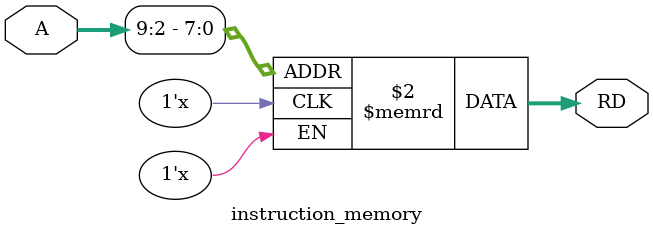
<source format=v>
module instruction_memory # (
    parameter DEPTH = 256
) (
    input [$clog2(DEPTH)+1:0] A,
    output reg [31:0] RD
);
    reg [31:0] i_mem [0:DEPTH-1];

    // Combinational block for reading memory
    always @(*) begin
        RD = i_mem[A[$clog2(DEPTH)+1:2]];
    end

endmodule










// module instruction_memory # (
// 	parameter DEPTH = 256
// ) (
// 	input clk, rst_n, Set_instr,
// 	input [31:0] input_instruction,
// 	input [$clog2(DEPTH)+1:0] A,
// 	output [31:0] RD
// );
// 	reg [31:0] i_mem [0:DEPTH-1];
// 	reg [$clog2(DEPTH)-1:0] instruction_count;

// 	/*
// 	initial begin
// 		$readmemh("instruction_mem.txt", i_mem);
// 	end
// 	*/
// always @(posedge clk or negedge rst_n) begin
// 		if(~rst_n)
// 			instruction_count <= 0;
// 		else begin
// 			if(Set_instr) begin
// 				i_mem[instruction_count] <= input_instruction;
// 				if(instruction_count == DEPTH)
// 					instruction_count <= 0;
// 				else
// 					instruction_count <= instruction_count + 1;
// 			end
// 		end
// 	end

// 	/*
// 		PC is incremented by 4 each step to point at the beginning of a specific instruction
// 		To read instructions line by line from the text file
// 		Address: 0 > line 0
// 		Address: 4 > line 1
// 		Address: 8 > line 2
// 		Address: C > line 3
// 		This is translated to shifting the address by 2, or discarding the last 2 bits.
// 		Address: 8 (0000 1000) > Shift by 2 > line (0000 0010)
// 		Address: C (0000 1100) > Shift by 2 > line (0000 0011)
// 	*/
// 	assign RD = i_mem[A[$clog2(DEPTH)+1:2]];
// endmodule

</source>
